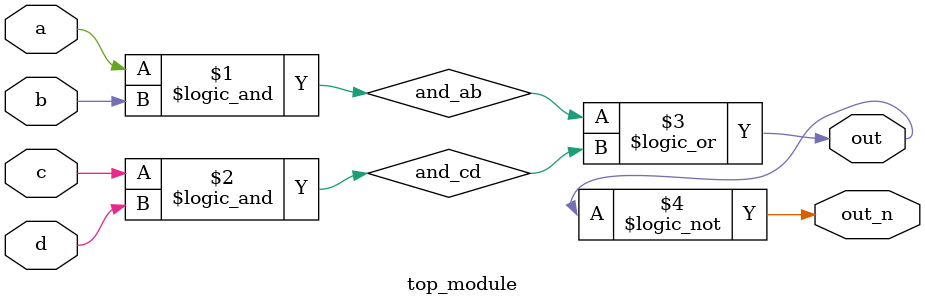
<source format=v>
`default_nettype none
module top_module(
    input a,
    input b,
    input c,
    input d,
    output out,
    output out_n   ); 

    wire and_ab;
    wire and_cd;

    assign and_ab = a && b;
    assign and_cd = c && d;
    assign out = and_ab || and_cd;
    assign out_n = !out;
endmodule

</source>
